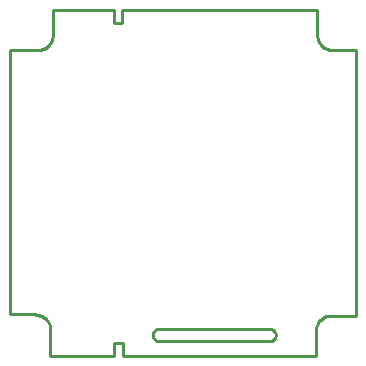
<source format=gbr>
G04 EAGLE Gerber RS-274X export*
G75*
%MOMM*%
%FSLAX34Y34*%
%LPD*%
%IN*%
%IPPOS*%
%AMOC8*
5,1,8,0,0,1.08239X$1,22.5*%
G01*
%ADD10C,0.254000*%


D10*
X668Y33974D02*
X21668Y33974D01*
X22786Y33894D01*
X23948Y33711D01*
X25090Y33427D01*
X26202Y33044D01*
X27278Y32566D01*
X28307Y31997D01*
X29283Y31339D01*
X30198Y30599D01*
X31044Y29782D01*
X31817Y28895D01*
X32509Y27943D01*
X33115Y26935D01*
X33632Y25878D01*
X34054Y24780D01*
X34379Y23649D01*
X34604Y22494D01*
X34728Y21324D01*
X34749Y20148D01*
X34668Y18974D01*
X34668Y-1026D01*
X88398Y-1026D01*
X88398Y9974D01*
X96398Y9974D01*
X96398Y-1026D01*
X259668Y-1026D01*
X259668Y20974D01*
X259759Y22062D01*
X259944Y23137D01*
X260223Y24192D01*
X260592Y25219D01*
X261050Y26210D01*
X261592Y27157D01*
X262215Y28053D01*
X262913Y28892D01*
X263682Y29666D01*
X264516Y30371D01*
X265408Y31000D01*
X266351Y31549D01*
X267338Y32014D01*
X268362Y32391D01*
X269415Y32677D01*
X270489Y32871D01*
X271576Y32970D01*
X272668Y32974D01*
X293668Y32974D01*
X293668Y79704D01*
X293662Y79102D01*
X293662Y222372D01*
X293668Y222974D01*
X293668Y257974D01*
X271668Y257974D01*
X270584Y258152D01*
X269520Y258424D01*
X268484Y258788D01*
X267483Y259241D01*
X266525Y259779D01*
X265619Y260399D01*
X264769Y261095D01*
X263984Y261863D01*
X263268Y262696D01*
X262628Y263588D01*
X262068Y264533D01*
X261592Y265523D01*
X261205Y266551D01*
X260908Y267608D01*
X260705Y268688D01*
X260597Y269781D01*
X260584Y270879D01*
X260668Y271974D01*
X260668Y291974D01*
X95398Y291974D01*
X95398Y280704D01*
X88398Y280704D01*
X88398Y291974D01*
X36668Y291974D01*
X36668Y270974D01*
X36671Y270886D01*
X36668Y269802D01*
X36569Y268723D01*
X36377Y267655D01*
X36093Y266609D01*
X35719Y265592D01*
X35257Y264611D01*
X34712Y263674D01*
X34087Y262788D01*
X33387Y261960D01*
X32617Y261196D01*
X31784Y260502D01*
X30894Y259883D01*
X29953Y259344D01*
X28969Y258890D01*
X27949Y258522D01*
X26901Y258245D01*
X25832Y258061D01*
X24752Y257970D01*
X23668Y257974D01*
X668Y257974D01*
X668Y33974D01*
X125730Y21590D02*
X125290Y21515D01*
X124858Y21403D01*
X124437Y21253D01*
X124031Y21066D01*
X123643Y20846D01*
X123275Y20592D01*
X122931Y20307D01*
X122613Y19993D01*
X122324Y19653D01*
X122065Y19289D01*
X121840Y18904D01*
X121648Y18500D01*
X121493Y18081D01*
X121374Y17651D01*
X121294Y17211D01*
X121252Y16767D01*
X121249Y16320D01*
X121285Y15875D01*
X121360Y15435D01*
X121472Y15003D01*
X121622Y14582D01*
X121809Y14176D01*
X122029Y13788D01*
X122283Y13420D01*
X122568Y13076D01*
X122882Y12758D01*
X123222Y12469D01*
X123586Y12210D01*
X123971Y11985D01*
X124375Y11793D01*
X124794Y11638D01*
X125224Y11519D01*
X125664Y11439D01*
X126108Y11397D01*
X126555Y11394D01*
X127000Y11430D01*
X219710Y11430D01*
X220155Y11394D01*
X220602Y11397D01*
X221046Y11439D01*
X221486Y11519D01*
X221916Y11638D01*
X222335Y11793D01*
X222739Y11985D01*
X223124Y12210D01*
X223488Y12469D01*
X223828Y12758D01*
X224142Y13076D01*
X224427Y13420D01*
X224681Y13788D01*
X224901Y14176D01*
X225088Y14582D01*
X225238Y15003D01*
X225350Y15435D01*
X225425Y15875D01*
X225461Y16320D01*
X225458Y16767D01*
X225416Y17211D01*
X225336Y17651D01*
X225217Y18081D01*
X225062Y18500D01*
X224871Y18904D01*
X224645Y19289D01*
X224386Y19653D01*
X224097Y19993D01*
X223779Y20307D01*
X223435Y20592D01*
X223067Y20846D01*
X222679Y21066D01*
X222273Y21253D01*
X221853Y21403D01*
X221420Y21515D01*
X220980Y21590D01*
X125730Y21590D01*
M02*

</source>
